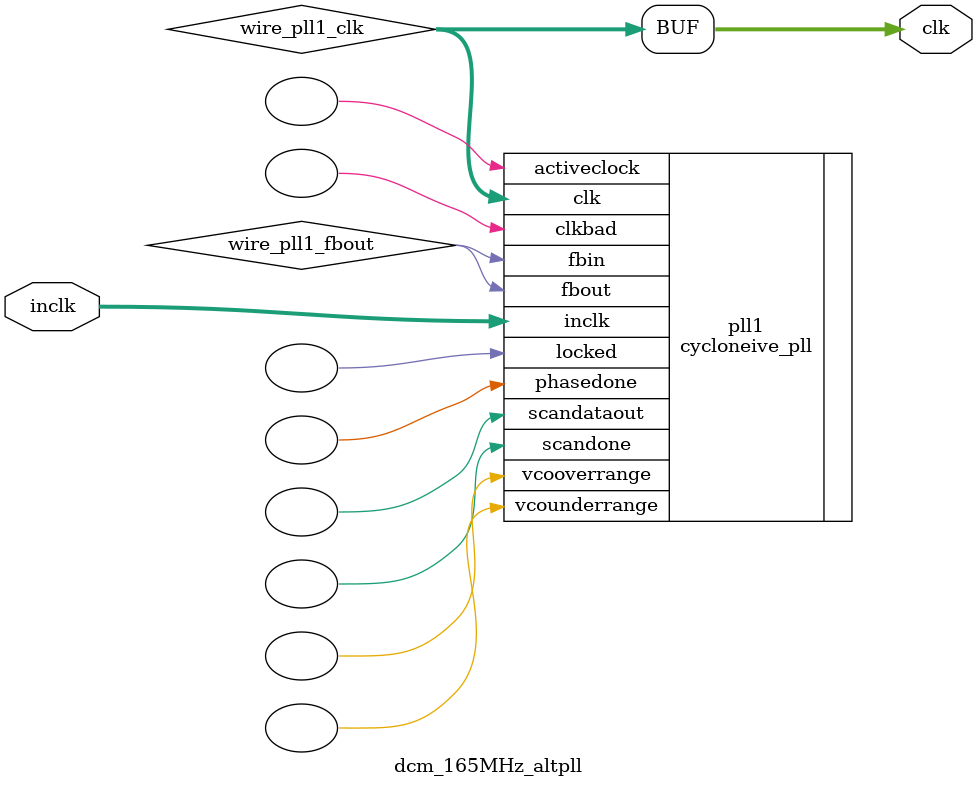
<source format=v>






//synthesis_resources = cycloneive_pll 1 
//synopsys translate_off
`timescale 1 ps / 1 ps
//synopsys translate_on
module  dcm_165MHz_altpll
	( 
	clk,
	inclk) /* synthesis synthesis_clearbox=1 */;
	output   [4:0]  clk;
	input   [1:0]  inclk;
`ifndef ALTERA_RESERVED_QIS
// synopsys translate_off
`endif
	tri0   [1:0]  inclk;
`ifndef ALTERA_RESERVED_QIS
// synopsys translate_on
`endif

	wire  [4:0]   wire_pll1_clk;
	wire  wire_pll1_fbout;

	cycloneive_pll   pll1
	( 
	.activeclock(),
	.clk(wire_pll1_clk),
	.clkbad(),
	.fbin(wire_pll1_fbout),
	.fbout(wire_pll1_fbout),
	.inclk(inclk),
	.locked(),
	.phasedone(),
	.scandataout(),
	.scandone(),
	.vcooverrange(),
	.vcounderrange()
	`ifndef FORMAL_VERIFICATION
	// synopsys translate_off
	`endif
	,
	.areset(1'b0),
	.clkswitch(1'b0),
	.configupdate(1'b0),
	.pfdena(1'b1),
	.phasecounterselect({3{1'b0}}),
	.phasestep(1'b0),
	.phaseupdown(1'b0),
	.scanclk(1'b0),
	.scanclkena(1'b1),
	.scandata(1'b0)
	`ifndef FORMAL_VERIFICATION
	// synopsys translate_on
	`endif
	);
	defparam
		pll1.bandwidth_type = "auto",
		pll1.clk0_divide_by = 10,
		pll1.clk0_duty_cycle = 50,
		pll1.clk0_multiply_by = 33,
		pll1.clk0_phase_shift = "0",
		pll1.compensate_clock = "clk0",
		pll1.inclk0_input_frequency = 20000,
		pll1.operation_mode = "normal",
		pll1.pll_type = "auto",
		pll1.lpm_type = "cycloneive_pll";
	assign
		clk = {wire_pll1_clk[4:0]};
endmodule //dcm_165MHz_altpll
//VALID FILE

</source>
